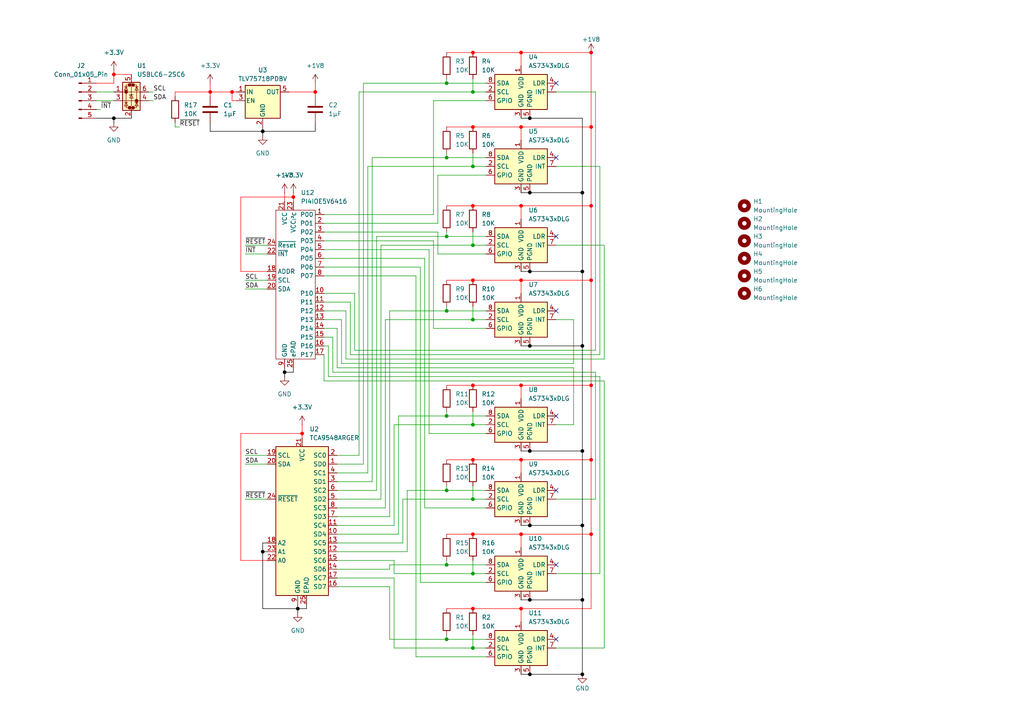
<source format=kicad_sch>
(kicad_sch (version 20250114) (generator "eeschema") (generator_version "9.0")
  (paper "A4")
  (lib_symbols
    (symbol "Connector:Conn_01x05_Pin" (pin_names (offset 1.016) (hide yes))
      (property "Reference" "J" (at 0 7.62 0))
      (property "Value" "Conn_01x05_Pin" (at 0 -7.62 0))
      (symbol "Conn_01x05_Pin_1_1"
        (rectangle (start 0.8636 5.207) (end 0 4.953) (stroke (width 0.1524)) (fill (type outline)))
        (rectangle (start 0.8636 2.667) (end 0 2.413) (stroke (width 0.1524)) (fill (type outline)))
        (rectangle (start 0.8636 0.127) (end 0 -0.127) (stroke (width 0.1524)) (fill (type outline)))
        (rectangle (start 0.8636 -2.413) (end 0 -2.667) (stroke (width 0.1524)) (fill (type outline)))
        (rectangle (start 0.8636 -4.953) (end 0 -5.207) (stroke (width 0.1524)) (fill (type outline)))
        (polyline (pts (xy 1.27 5.08) (xy 0.8636 5.08)) (stroke (width 0.1524)))
        (polyline (pts (xy 1.27 2.54) (xy 0.8636 2.54)) (stroke (width 0.1524)))
        (polyline (pts (xy 1.27 0) (xy 0.8636 0)) (stroke (width 0.1524)))
        (polyline (pts (xy 1.27 -2.54) (xy 0.8636 -2.54)) (stroke (width 0.1524)))
        (polyline (pts (xy 1.27 -5.08) (xy 0.8636 -5.08)) (stroke (width 0.1524)))
        (pin passive line (at 5.08 5.08 180) (length 3.81) (name "Pin_1") (number "1"))
        (pin passive line (at 5.08 2.54 180) (length 3.81) (name "Pin_2") (number "2"))
        (pin passive line (at 5.08 0 180) (length 3.81) (name "Pin_3") (number "3"))
        (pin passive line (at 5.08 -2.54 180) (length 3.81) (name "Pin_4") (number "4"))
        (pin passive line (at 5.08 -5.08 180) (length 3.81) (name "Pin_5") (number "5"))
      )
    )
    (symbol "Device:C" (pin_numbers (hide yes)) (pin_names (offset 0.254))
      (property "Reference" "C" (at 0.635 2.54 0))
      (property "Value" "C" (at 0.635 -2.54 0))
      (symbol "C_0_1"
        (polyline (pts (xy -2.032 0.762) (xy 2.032 0.762)) (stroke (width 0.508)))
        (polyline (pts (xy -2.032 -0.762) (xy 2.032 -0.762)) (stroke (width 0.508)))
      )
      (symbol "C_1_1"
        (pin passive line (at 0 3.81 270) (length 2.794) (name "~") (number "1"))
        (pin passive line (at 0 -3.81 90) (length 2.794) (name "~") (number "2"))
      )
    )
    (symbol "Device:R" (pin_numbers (hide yes)) (pin_names (offset 0))
      (property "Reference" "R" (at 2.032 0 90))
      (property "Value" "R" (at 0 0 90))
      (symbol "R_0_1"
        (rectangle (start -1.016 -2.54) (end 1.016 2.54) (stroke (width 0.254)))
      )
      (symbol "R_1_1"
        (pin passive line (at 0 3.81 270) (length 1.27) (name "~") (number "1"))
        (pin passive line (at 0 -3.81 90) (length 1.27) (name "~") (number "2"))
      )
    )
    (symbol "Interface_Expansion:TCA9548ARGER"
      (property "Reference" "U2" (at 2.1433 25.4 0))
      (property "Value" "TCA9548ARGER" (at 2.1433 22.86 0))
      (symbol "TCA9548ARGER_0_1"
        (rectangle (start -7.62 20.32) (end 7.62 -22.86) (stroke (width 0.254)) (fill (type background)))
      )
      (symbol "TCA9548ARGER_1_1"
        (pin input line (at -10.16 17.78 0) (length 2.54) (name "SCL") (number "19"))
        (pin bidirectional line (at -10.16 15.24 0) (length 2.54) (name "SDA") (number "20"))
        (pin input line (at -10.16 5.08 0) (length 2.54) (name "~{RESET}") (number "24"))
        (pin input line (at -10.16 -7.62 0) (length 2.54) (name "A2") (number "18"))
        (pin input line (at -10.16 -10.16 0) (length 2.54) (name "A1") (number "23"))
        (pin input line (at -10.16 -12.7 0) (length 2.54) (name "A0") (number "22"))
        (pin no_connect line (at -7.62 -15.24 0) (length 2.54) (hide yes) (name "1EP") (number "25"))
        (pin power_in line (at -1.27 -25.4 90) (length 2.54) (name "GND") (number "9"))
        (pin power_in line (at 0 22.86 270) (length 2.54) (name "VCC") (number "21"))
        (pin power_in line (at 1.27 -25.4 90) (length 2.54) (name "EPAD") (number "25"))
        (pin output line (at 10.16 17.78 180) (length 2.54) (name "SC0") (number "2"))
        (pin bidirectional line (at 10.16 15.24 180) (length 2.54) (name "SD0") (number "1"))
        (pin output line (at 10.16 12.7 180) (length 2.54) (name "SC1") (number "4"))
        (pin bidirectional line (at 10.16 10.16 180) (length 2.54) (name "SD1") (number "3"))
        (pin output line (at 10.16 7.62 180) (length 2.54) (name "SC2") (number "6"))
        (pin bidirectional line (at 10.16 5.08 180) (length 2.54) (name "SD2") (number "5"))
        (pin output line (at 10.16 2.54 180) (length 2.54) (name "SC3") (number "8"))
        (pin bidirectional line (at 10.16 0 180) (length 2.54) (name "SD3") (number "7"))
        (pin output line (at 10.16 -2.54 180) (length 2.54) (name "SC4") (number "11"))
        (pin bidirectional line (at 10.16 -5.08 180) (length 2.54) (name "SD4") (number "10"))
        (pin output line (at 10.16 -7.62 180) (length 2.54) (name "SC5") (number "13"))
        (pin bidirectional line (at 10.16 -10.16 180) (length 2.54) (name "SD5") (number "12"))
        (pin output line (at 10.16 -12.7 180) (length 2.54) (name "SC6") (number "15"))
        (pin bidirectional line (at 10.16 -15.24 180) (length 2.54) (name "SD6") (number "14"))
        (pin output line (at 10.16 -17.78 180) (length 2.54) (name "SC7") (number "17"))
        (pin bidirectional line (at 10.16 -20.32 180) (length 2.54) (name "SD7") (number "16"))
      )
    )
    (symbol "Mechanical:MountingHole" (pin_names (offset 1.016)) (in_bom no)
      (property "Reference" "H" (at 0 5.08 0))
      (property "Value" "MountingHole" (at 0 3.175 0))
      (symbol "MountingHole_0_1"
        (circle (center 0 0) (radius 1.27) (stroke (width 1.27)))
      )
    )
    (symbol "Power_Protection:USBLC6-2SC6" (pin_names (hide yes))
      (property "Reference" "U" (at 0.635 5.715 0))
      (property "Value" "USBLC6-2SC6" (at 0.635 3.81 0))
      (symbol "USBLC6-2SC6_0_0"
        (circle (center -1.524 0) (radius 0.0001) (stroke (width 0.508)))
        (circle (center -0.508 2.032) (radius 0.0001) (stroke (width 0.508)))
        (circle (center -0.508 -4.572) (radius 0.0001) (stroke (width 0.508)))
        (circle (center 0.508 2.032) (radius 0.0001) (stroke (width 0.508)))
        (circle (center 0.508 -4.572) (radius 0.0001) (stroke (width 0.508)))
        (circle (center 1.524 -2.54) (radius 0.0001) (stroke (width 0.508)))
      )
      (symbol "USBLC6-2SC6_0_1"
        (polyline (pts (xy -2.54 0) (xy 2.54 0)))
        (polyline (pts (xy -2.54 -2.54) (xy 2.54 -2.54)))
        (polyline (pts (xy -2.032 0.508) (xy -1.016 0.508) (xy -1.524 1.524) (xy -2.032 0.508)))
        (polyline (pts (xy -2.032 -3.048) (xy -1.016 -3.048)))
        (polyline (pts (xy -1.016 1.524) (xy -2.032 1.524)))
        (polyline (pts (xy -1.016 -4.064) (xy -2.032 -4.064) (xy -1.524 -3.048) (xy -1.016 -4.064)))
        (polyline (pts (xy -0.508 -1.143) (xy -0.508 -0.762) (xy 0.508 -0.762)))
        (polyline (pts (xy 0 2.54) (xy -0.508 2.032) (xy 0.508 2.032) (xy 0 1.524) (xy 0 -4.064) (xy -0.508 -4.572) (xy 0.508 -4.572) (xy 0 -5.08)))
        (polyline (pts (xy 0.508 -1.778) (xy -0.508 -1.778) (xy 0 -0.762) (xy 0.508 -1.778)))
        (polyline (pts (xy 1.016 1.524) (xy 2.032 1.524)))
        (polyline (pts (xy 1.016 -3.048) (xy 2.032 -3.048)))
        (polyline (pts (xy 2.032 0.508) (xy 1.016 0.508) (xy 1.524 1.524) (xy 2.032 0.508)))
        (polyline (pts (xy 2.032 -4.064) (xy 1.016 -4.064) (xy 1.524 -3.048) (xy 2.032 -4.064)))
      )
      (symbol "USBLC6-2SC6_1_1"
        (rectangle (start -2.54 2.794) (end 2.54 -5.334) (stroke (width 0.254)) (fill (type background)))
        (polyline (pts (xy -0.508 2.032) (xy -1.524 2.032) (xy -1.524 -4.572) (xy -0.508 -4.572)))
        (polyline (pts (xy 0.508 -4.572) (xy 1.524 -4.572) (xy 1.524 2.032) (xy 0.508 2.032)))
        (pin passive line (at -5.08 0 0) (length 2.54) (name "I/O1") (number "1"))
        (pin passive line (at -5.08 -2.54 0) (length 2.54) (name "I/O2") (number "3"))
        (pin passive line (at 0 5.08 270) (length 2.54) (name "VBUS") (number "5"))
        (pin passive line (at 0 -7.62 90) (length 2.54) (name "GND") (number "2"))
        (pin passive line (at 5.08 0 180) (length 2.54) (name "I/O1") (number "6"))
        (pin passive line (at 5.08 -2.54 180) (length 2.54) (name "I/O2") (number "4"))
      )
    )
    (symbol "Regulator_Linear:TLV75718PDBV" (pin_names (offset 0.254))
      (property "Reference" "U" (at -3.81 5.715 0))
      (property "Value" "TLV75718PDBV" (at 0 5.715 0))
      (symbol "TLV75718PDBV_0_1"
        (rectangle (start -5.08 4.445) (end 5.08 -5.08) (stroke (width 0.254)) (fill (type background)))
      )
      (symbol "TLV75718PDBV_1_1"
        (pin power_in line (at -7.62 2.54 0) (length 2.54) (name "IN") (number "1"))
        (pin input line (at -7.62 0 0) (length 2.54) (name "EN") (number "3"))
        (pin power_in line (at 0 -7.62 90) (length 2.54) (name "GND") (number "2"))
        (pin no_connect line (at 5.08 0 180) (length 2.54) (hide yes) (name "NC") (number "4"))
        (pin power_out line (at 7.62 2.54 180) (length 2.54) (name "OUT") (number "5"))
      )
    )
    (symbol "Sensor_Optical:AS7343xDLG"
      (property "Reference" "U" (at -2.54 8.255 0))
      (property "Value" "AS7343xDLG" (at -2.54 6.35 0))
      (symbol "AS7343xDLG_0_1"
        (rectangle (start -7.62 5.08) (end 7.62 -5.08) (stroke (width 0.254)) (fill (type background)))
      )
      (symbol "AS7343xDLG_1_1"
        (pin bidirectional line (at -10.16 2.54 0) (length 2.54) (name "SDA") (number "8"))
        (pin input line (at -10.16 0 0) (length 2.54) (name "SCL") (number "2"))
        (pin input line (at -10.16 -2.54 0) (length 2.54) (name "GPIO") (number "6"))
        (pin power_in line (at 0 7.62 270) (length 2.54) (name "VDD") (number "1"))
        (pin power_in line (at 0 -7.62 90) (length 2.54) (name "GND") (number "3"))
        (pin power_in line (at 2.54 -7.62 90) (length 2.54) (name "PGND") (number "5"))
        (pin passive line (at 10.16 2.54 180) (length 2.54) (name "LDR") (number "4"))
        (pin open_collector line (at 10.16 0 180) (length 2.54) (name "INT") (number "7"))
      )
    )
    (symbol "power:+1V8" (power) (pin_numbers (hide yes)) (pin_names (offset 0) (hide yes))
      (property "Value" "+1V8" (at 0 3.556 0))
      (symbol "+1V8_0_1"
        (polyline (pts (xy -0.762 1.27) (xy 0 2.54)))
        (polyline (pts (xy 0 2.54) (xy 0.762 1.27)))
        (polyline (pts (xy 0 0) (xy 0 2.54)))
      )
      (symbol "+1V8_1_1"
        (pin power_in line (at 0 0 90) (length 0) (name "~") (number "1"))
      )
    )
    (symbol "power:+3.3V" (power) (pin_numbers (hide yes)) (pin_names (offset 0) (hide yes))
      (property "Value" "+3.3V" (at 0 3.556 0))
      (symbol "+3.3V_0_1"
        (polyline (pts (xy -0.762 1.27) (xy 0 2.54)))
        (polyline (pts (xy 0 2.54) (xy 0.762 1.27)))
        (polyline (pts (xy 0 0) (xy 0 2.54)))
      )
      (symbol "+3.3V_1_1"
        (pin power_in line (at 0 0 90) (length 0) (name "~") (number "1"))
      )
    )
    (symbol "power:GND" (power) (pin_numbers (hide yes)) (pin_names (offset 0) (hide yes))
      (property "Value" "GND" (at 0 -3.81 0))
      (symbol "GND_0_1"
        (polyline (pts (xy 0 0) (xy 0 -1.27) (xy 1.27 -1.27) (xy 0 -2.54) (xy -1.27 -1.27) (xy 0 -1.27)))
      )
      (symbol "GND_1_1"
        (pin power_in line (at 0 0 270) (length 0) (name "~") (number "1"))
      )
    )
    (symbol "robot:PI4IOE5V6416"
      (property "Reference" "U" (at 0 4.572 0))
      (property "Value" "PI4IOE5V6416" (at 0 0 0))
      (symbol "PI4IOE5V6416_0_1"
        (rectangle (start 6.35 -43.18) (end -5.08 0))
      )
      (symbol "PI4IOE5V6416_1_1"
        (pin input line (at -7.62 -10.16 0) (length 2.54) (name "~{Reset}") (number "24"))
        (pin open_collector line (at -7.62 -12.7 0) (length 2.54) (name "~{INT}") (number "22"))
        (pin input line (at -7.62 -17.78 0) (length 2.54) (name "ADDR") (number "18"))
        (pin bidirectional line (at -7.62 -20.32 0) (length 2.54) (name "SCL") (number "19"))
        (pin input line (at -7.62 -22.86 0) (length 2.54) (name "SDA") (number "20"))
        (pin power_in line (at -2.54 2.54 270) (length 2.54) (name "VCC") (number "21"))
        (pin power_in line (at -2.54 -45.72 90) (length 2.54) (name "GND") (number "9"))
        (pin power_in line (at 0 2.54 270) (length 2.54) (name "VCC_{I²C}") (number "23"))
        (pin power_in line (at 0 -45.72 90) (length 2.54) (name "ePAD") (number "25"))
        (pin bidirectional line (at 8.89 -1.27 180) (length 2.54) (name "P00") (number "1"))
        (pin bidirectional line (at 8.89 -3.81 180) (length 2.54) (name "P01") (number "2"))
        (pin bidirectional line (at 8.89 -6.35 180) (length 2.54) (name "P02") (number "3"))
        (pin bidirectional line (at 8.89 -8.89 180) (length 2.54) (name "P03") (number "4"))
        (pin bidirectional line (at 8.89 -11.43 180) (length 2.54) (name "P04") (number "5"))
        (pin bidirectional line (at 8.89 -13.97 180) (length 2.54) (name "P05") (number "6"))
        (pin bidirectional line (at 8.89 -16.51 180) (length 2.54) (name "P06") (number "7"))
        (pin bidirectional line (at 8.89 -19.05 180) (length 2.54) (name "P07") (number "8"))
        (pin bidirectional line (at 8.89 -24.13 180) (length 2.54) (name "P10") (number "10"))
        (pin bidirectional line (at 8.89 -26.67 180) (length 2.54) (name "P11") (number "11"))
        (pin bidirectional line (at 8.89 -29.21 180) (length 2.54) (name "P12") (number "12"))
        (pin bidirectional line (at 8.89 -31.75 180) (length 2.54) (name "P13") (number "13"))
        (pin bidirectional line (at 8.89 -34.29 180) (length 2.54) (name "P14") (number "14"))
        (pin bidirectional line (at 8.89 -36.83 180) (length 2.54) (name "P15") (number "15"))
        (pin bidirectional line (at 8.89 -39.37 180) (length 2.54) (name "P16") (number "16"))
        (pin bidirectional line (at 8.89 -41.91 180) (length 2.54) (name "P17") (number "17"))
      )
    )
  )
  (junction (at 171.45 15.24) (color 255 0 0 1))
  (junction (at 129.54 68.58))
  (junction (at 151.13 176.53) (color 255 0 0 1))
  (junction (at 153.67 34.29) (color 0 0 0 1))
  (junction (at 137.16 26.67))
  (junction (at 137.16 176.53) (color 255 0 0 1))
  (junction (at 168.91 78.74) (color 0 0 0 1))
  (junction (at 153.67 173.99) (color 0 0 0 1))
  (junction (at 87.63 125.73) (color 255 0 0 1))
  (junction (at 60.96 26.67) (color 255 0 0 1))
  (junction (at 129.54 24.13))
  (junction (at 153.67 195.58) (color 0 0 0 1))
  (junction (at 137.16 133.35) (color 255 0 0 1))
  (junction (at 137.16 123.19))
  (junction (at 137.16 59.69) (color 255 0 0 1))
  (junction (at 137.16 92.71))
  (junction (at 151.13 111.76) (color 255 0 0 1))
  (junction (at 171.45 133.35) (color 255 0 0 1))
  (junction (at 153.67 152.4) (color 0 0 0 1))
  (junction (at 171.45 111.76) (color 255 0 0 1))
  (junction (at 171.45 154.94) (color 255 0 0 1))
  (junction (at 171.45 36.83) (color 255 0 0 1))
  (junction (at 151.13 154.94) (color 255 0 0 1))
  (junction (at 153.67 100.33) (color 0 0 0 1))
  (junction (at 33.02 21.59) (color 255 0 0 1))
  (junction (at 76.2 160.02) (color 0 0 0 1))
  (junction (at 168.91 130.81) (color 0 0 0 1))
  (junction (at 67.31 26.67) (color 255 0 0 1))
  (junction (at 137.16 154.94) (color 255 0 0 1))
  (junction (at 171.45 81.28) (color 255 0 0 1))
  (junction (at 171.45 59.69) (color 255 0 0 1))
  (junction (at 137.16 144.78))
  (junction (at 153.67 130.81) (color 0 0 0 1))
  (junction (at 129.54 142.24))
  (junction (at 151.13 36.83) (color 255 0 0 1))
  (junction (at 168.91 173.99) (color 0 0 0 1))
  (junction (at 82.55 107.95) (color 0 0 0 1))
  (junction (at 129.54 185.42))
  (junction (at 129.54 163.83))
  (junction (at 137.16 166.37))
  (junction (at 91.44 26.67) (color 255 0 0 1))
  (junction (at 168.91 195.58) (color 0 0 0 1))
  (junction (at 137.16 15.24) (color 255 0 0 1))
  (junction (at 33.02 34.29) (color 0 0 0 1))
  (junction (at 153.67 78.74) (color 0 0 0 1))
  (junction (at 85.09 57.15) (color 255 0 0 1))
  (junction (at 151.13 81.28) (color 255 0 0 1))
  (junction (at 76.2 38.1) (color 0 0 0 1))
  (junction (at 129.54 45.72))
  (junction (at 151.13 59.69) (color 255 0 0 1))
  (junction (at 168.91 100.33) (color 0 0 0 1))
  (junction (at 168.91 55.88) (color 0 0 0 1))
  (junction (at 151.13 15.24) (color 255 0 0 1))
  (junction (at 86.36 176.53) (color 0 0 0 1))
  (junction (at 137.16 71.12))
  (junction (at 153.67 55.88) (color 0 0 0 1))
  (junction (at 137.16 48.26))
  (junction (at 137.16 187.96))
  (junction (at 168.91 152.4) (color 0 0 0 1))
  (junction (at 129.54 120.65))
  (junction (at 151.13 133.35) (color 255 0 0 1))
  (junction (at 129.54 90.17))
  (junction (at 137.16 36.83) (color 255 0 0 1))
  (junction (at 137.16 81.28) (color 255 0 0 1))
  (junction (at 137.16 111.76) (color 255 0 0 1))
  (no_connect (at 161.29 120.65))
  (no_connect (at 161.29 185.42))
  (no_connect (at 161.29 68.58))
  (no_connect (at 161.29 45.72))
  (no_connect (at 161.29 142.24))
  (no_connect (at 161.29 24.13))
  (no_connect (at 161.29 163.83))
  (no_connect (at 161.29 90.17))
  (wire (pts (xy 102.87 85.09) (xy 102.87 101.6)))
  (wire (pts (xy 111.76 92.71) (xy 137.16 92.71)))
  (wire (pts (xy 151.13 40.64) (xy 151.13 36.83)) (stroke (width 0) (color 255 0 0 1)))
  (wire (pts (xy 171.45 81.28) (xy 171.45 111.76)) (stroke (width 0) (color 255 0 0 1)))
  (wire (pts (xy 107.95 45.72) (xy 129.54 45.72)))
  (wire (pts (xy 116.84 157.48) (xy 97.79 157.48)))
  (wire (pts (xy 140.97 48.26) (xy 137.16 48.26)))
  (wire (pts (xy 175.26 187.96) (xy 161.29 187.96)))
  (wire (pts (xy 172.72 26.67) (xy 161.29 26.67)))
  (wire (pts (xy 171.45 176.53) (xy 171.45 154.94)) (stroke (width 0) (color 255 0 0 1)))
  (wire (pts (xy 33.02 34.29) (xy 27.94 34.29)) (stroke (width 0) (color 0 0 0 1)))
  (wire (pts (xy 27.94 29.21) (xy 33.02 29.21)))
  (wire (pts (xy 151.13 154.94) (xy 151.13 158.75)) (stroke (width 0) (color 255 0 0 1)))
  (wire (pts (xy 96.52 97.79) (xy 96.52 107.95)))
  (wire (pts (xy 68.58 29.21) (xy 67.31 29.21)) (stroke (width 0) (color 255 0 0 1)))
  (wire (pts (xy 97.79 106.68) (xy 166.37 106.68)))
  (wire (pts (xy 129.54 163.83) (xy 113.03 163.83)))
  (wire (pts (xy 137.16 15.24) (xy 151.13 15.24)) (stroke (width 0) (color 255 0 0 1)))
  (wire (pts (xy 118.11 160.02) (xy 97.79 160.02)))
  (wire (pts (xy 102.87 101.6) (xy 172.72 101.6)))
  (wire (pts (xy 171.45 133.35) (xy 171.45 111.76)) (stroke (width 0) (color 255 0 0 1)))
  (wire (pts (xy 93.98 102.87) (xy 93.98 110.49)))
  (wire (pts (xy 87.63 125.73) (xy 69.85 125.73)) (stroke (width 0) (color 255 0 0 1)))
  (wire (pts (xy 91.44 38.1) (xy 91.44 35.56)) (stroke (width 0) (color 0 0 0 1)))
  (wire (pts (xy 93.98 97.79) (xy 96.52 97.79)))
  (wire (pts (xy 151.13 152.4) (xy 153.67 152.4)) (stroke (width 0) (color 0 0 0 1)))
  (wire (pts (xy 69.85 125.73) (xy 69.85 162.56)) (stroke (width 0) (color 255 0 0 1)))
  (wire (pts (xy 137.16 22.86) (xy 137.16 26.67)))
  (wire (pts (xy 166.37 123.19) (xy 161.29 123.19)))
  (wire (pts (xy 104.14 26.67) (xy 137.16 26.67)))
  (wire (pts (xy 110.49 71.12) (xy 110.49 144.78)))
  (wire (pts (xy 33.02 21.59) (xy 38.1 21.59)) (stroke (width 0) (color 255 0 0 1)))
  (wire (pts (xy 93.98 64.77) (xy 127 64.77)))
  (wire (pts (xy 166.37 105.41) (xy 99.06 105.41)))
  (wire (pts (xy 129.54 162.56) (xy 129.54 163.83)))
  (wire (pts (xy 175.26 110.49) (xy 175.26 187.96)))
  (wire (pts (xy 137.16 81.28) (xy 151.13 81.28)) (stroke (width 0) (color 255 0 0 1)))
  (wire (pts (xy 85.09 107.95) (xy 82.55 107.95)) (stroke (width 0) (color 0 0 0 1)))
  (wire (pts (xy 173.99 48.26) (xy 173.99 102.87)))
  (wire (pts (xy 129.54 81.28) (xy 137.16 81.28)) (stroke (width 0) (color 255 0 0 1)))
  (wire (pts (xy 43.18 26.67) (xy 44.45 26.67)))
  (wire (pts (xy 76.2 36.83) (xy 76.2 38.1)) (stroke (width 0) (color 0 0 0 1)))
  (wire (pts (xy 86.36 175.26) (xy 86.36 176.53)) (stroke (width 0) (color 0 0 0 1)))
  (wire (pts (xy 166.37 92.71) (xy 166.37 105.41)))
  (wire (pts (xy 97.79 165.1) (xy 113.03 165.1)))
  (wire (pts (xy 60.96 24.13) (xy 60.96 26.67)) (stroke (width 0) (color 255 0 0 1)))
  (wire (pts (xy 100.33 90.17) (xy 100.33 104.14)))
  (wire (pts (xy 129.54 36.83) (xy 137.16 36.83)) (stroke (width 0) (color 255 0 0 1)))
  (wire (pts (xy 127 73.66) (xy 127 67.31)))
  (wire (pts (xy 137.16 111.76) (xy 151.13 111.76)) (stroke (width 0) (color 255 0 0 1)))
  (wire (pts (xy 161.29 48.26) (xy 173.99 48.26)))
  (wire (pts (xy 91.44 26.67) (xy 91.44 27.94)) (stroke (width 0) (color 255 0 0 1)))
  (wire (pts (xy 106.68 48.26) (xy 137.16 48.26)))
  (wire (pts (xy 153.67 130.81) (xy 168.91 130.81)) (stroke (width 0) (color 0 0 0 1)))
  (wire (pts (xy 140.97 120.65) (xy 129.54 120.65)))
  (wire (pts (xy 129.54 88.9) (xy 129.54 90.17)))
  (wire (pts (xy 140.97 142.24) (xy 129.54 142.24)))
  (wire (pts (xy 129.54 45.72) (xy 140.97 45.72)))
  (wire (pts (xy 171.45 154.94) (xy 171.45 133.35)) (stroke (width 0) (color 255 0 0 1)))
  (wire (pts (xy 172.72 101.6) (xy 172.72 26.67)))
  (wire (pts (xy 129.54 184.15) (xy 129.54 185.42)))
  (wire (pts (xy 140.97 71.12) (xy 137.16 71.12)))
  (wire (pts (xy 125.73 95.25) (xy 140.97 95.25)))
  (wire (pts (xy 151.13 36.83) (xy 171.45 36.83)) (stroke (width 0) (color 255 0 0 1)))
  (wire (pts (xy 127 64.77) (xy 127 50.8)))
  (wire (pts (xy 129.54 120.65) (xy 115.57 120.65)))
  (wire (pts (xy 113.03 90.17) (xy 113.03 149.86)))
  (wire (pts (xy 111.76 147.32) (xy 111.76 92.71)))
  (wire (pts (xy 71.12 132.08) (xy 77.47 132.08)))
  (wire (pts (xy 71.12 81.28) (xy 77.47 81.28)))
  (wire (pts (xy 95.25 100.33) (xy 93.98 100.33)))
  (wire (pts (xy 121.92 168.91) (xy 140.97 168.91)))
  (wire (pts (xy 109.22 68.58) (xy 129.54 68.58)))
  (wire (pts (xy 69.85 57.15) (xy 69.85 78.74)) (stroke (width 0) (color 255 0 0 1)))
  (wire (pts (xy 168.91 55.88) (xy 168.91 78.74)) (stroke (width 0) (color 0 0 0 1)))
  (wire (pts (xy 173.99 102.87) (xy 101.6 102.87)))
  (wire (pts (xy 97.79 132.08) (xy 104.14 132.08)))
  (wire (pts (xy 60.96 35.56) (xy 60.96 38.1)) (stroke (width 0) (color 0 0 0 1)))
  (wire (pts (xy 69.85 162.56) (xy 77.47 162.56)) (stroke (width 0) (color 255 0 0 1)))
  (wire (pts (xy 129.54 154.94) (xy 137.16 154.94)) (stroke (width 0) (color 255 0 0 1)))
  (wire (pts (xy 105.41 24.13) (xy 105.41 134.62)))
  (wire (pts (xy 171.45 154.94) (xy 151.13 154.94)) (stroke (width 0) (color 255 0 0 1)))
  (wire (pts (xy 151.13 59.69) (xy 171.45 59.69)) (stroke (width 0) (color 255 0 0 1)))
  (wire (pts (xy 106.68 137.16) (xy 97.79 137.16)))
  (wire (pts (xy 137.16 119.38) (xy 137.16 123.19)))
  (wire (pts (xy 125.73 29.21) (xy 140.97 29.21)))
  (wire (pts (xy 109.22 142.24) (xy 97.79 142.24)))
  (wire (pts (xy 153.67 195.58) (xy 168.91 195.58)) (stroke (width 0) (color 0 0 0 1)))
  (wire (pts (xy 151.13 137.16) (xy 151.13 133.35)) (stroke (width 0) (color 255 0 0 1)))
  (wire (pts (xy 76.2 38.1) (xy 76.2 39.37)) (stroke (width 0) (color 0 0 0 1)))
  (wire (pts (xy 137.16 36.83) (xy 151.13 36.83)) (stroke (width 0) (color 255 0 0 1)))
  (wire (pts (xy 113.03 149.86) (xy 97.79 149.86)))
  (wire (pts (xy 137.16 123.19) (xy 114.3 123.19)))
  (wire (pts (xy 82.55 106.68) (xy 82.55 107.95)) (stroke (width 0) (color 0 0 0 1)))
  (wire (pts (xy 168.91 100.33) (xy 168.91 130.81)) (stroke (width 0) (color 0 0 0 1)))
  (wire (pts (xy 129.54 15.24) (xy 137.16 15.24)) (stroke (width 0) (color 255 0 0 1)))
  (wire (pts (xy 129.54 176.53) (xy 137.16 176.53)) (stroke (width 0) (color 255 0 0 1)))
  (wire (pts (xy 91.44 24.13) (xy 91.44 26.67)) (stroke (width 0) (color 255 0 0 1)))
  (wire (pts (xy 101.6 102.87) (xy 101.6 87.63)))
  (wire (pts (xy 76.2 38.1) (xy 91.44 38.1)) (stroke (width 0) (color 0 0 0 1)))
  (wire (pts (xy 114.3 152.4) (xy 97.79 152.4)))
  (wire (pts (xy 109.22 142.24) (xy 109.22 68.58)))
  (wire (pts (xy 151.13 176.53) (xy 171.45 176.53)) (stroke (width 0) (color 255 0 0 1)))
  (wire (pts (xy 168.91 130.81) (xy 168.91 152.4)) (stroke (width 0) (color 0 0 0 1)))
  (wire (pts (xy 111.76 147.32) (xy 97.79 147.32)))
  (wire (pts (xy 97.79 144.78) (xy 110.49 144.78)))
  (wire (pts (xy 173.99 109.22) (xy 95.25 109.22)))
  (wire (pts (xy 129.54 67.31) (xy 129.54 68.58)))
  (wire (pts (xy 113.03 170.18) (xy 97.79 170.18)))
  (wire (pts (xy 71.12 83.82) (xy 77.47 83.82)))
  (wire (pts (xy 33.02 34.29) (xy 33.02 35.56)) (stroke (width 0) (color 0 0 0 1)))
  (wire (pts (xy 71.12 71.12) (xy 77.47 71.12)))
  (wire (pts (xy 104.14 26.67) (xy 104.14 132.08)))
  (wire (pts (xy 71.12 134.62) (xy 77.47 134.62)))
  (wire (pts (xy 113.03 163.83) (xy 113.03 165.1)))
  (wire (pts (xy 137.16 44.45) (xy 137.16 48.26)))
  (wire (pts (xy 129.54 24.13) (xy 105.41 24.13)))
  (wire (pts (xy 93.98 77.47) (xy 121.92 77.47)))
  (wire (pts (xy 140.97 187.96) (xy 137.16 187.96)))
  (wire (pts (xy 129.54 111.76) (xy 137.16 111.76)) (stroke (width 0) (color 255 0 0 1)))
  (wire (pts (xy 71.12 144.78) (xy 77.47 144.78)))
  (wire (pts (xy 171.45 36.83) (xy 171.45 15.24)) (stroke (width 0) (color 255 0 0 1)))
  (wire (pts (xy 93.98 72.39) (xy 124.46 72.39)))
  (wire (pts (xy 140.97 144.78) (xy 137.16 144.78)))
  (wire (pts (xy 129.54 140.97) (xy 129.54 142.24)))
  (wire (pts (xy 173.99 166.37) (xy 173.99 109.22)))
  (wire (pts (xy 151.13 195.58) (xy 153.67 195.58)) (stroke (width 0) (color 0 0 0 1)))
  (wire (pts (xy 151.13 180.34) (xy 151.13 176.53)) (stroke (width 0) (color 255 0 0 1)))
  (wire (pts (xy 97.79 95.25) (xy 97.79 106.68)))
  (wire (pts (xy 153.67 78.74) (xy 168.91 78.74)) (stroke (width 0) (color 0 0 0 1)))
  (wire (pts (xy 120.65 190.5) (xy 120.65 80.01)))
  (wire (pts (xy 137.16 67.31) (xy 137.16 71.12)))
  (wire (pts (xy 60.96 38.1) (xy 76.2 38.1)) (stroke (width 0) (color 0 0 0 1)))
  (wire (pts (xy 171.45 81.28) (xy 171.45 59.69)) (stroke (width 0) (color 255 0 0 1)))
  (wire (pts (xy 129.54 24.13) (xy 140.97 24.13)))
  (wire (pts (xy 82.55 107.95) (xy 82.55 109.22)) (stroke (width 0) (color 0 0 0 1)))
  (wire (pts (xy 137.16 166.37) (xy 140.97 166.37)))
  (wire (pts (xy 137.16 184.15) (xy 137.16 187.96)))
  (wire (pts (xy 69.85 78.74) (xy 77.47 78.74)) (stroke (width 0) (color 255 0 0 1)))
  (wire (pts (xy 93.98 80.01) (xy 120.65 80.01)))
  (wire (pts (xy 137.16 133.35) (xy 151.13 133.35)) (stroke (width 0) (color 255 0 0 1)))
  (wire (pts (xy 71.12 73.66) (xy 77.47 73.66)))
  (wire (pts (xy 87.63 125.73) (xy 87.63 127)) (stroke (width 0) (color 255 0 0 1)))
  (wire (pts (xy 60.96 26.67) (xy 50.8 26.67)) (stroke (width 0) (color 255 0 0 1)))
  (wire (pts (xy 175.26 104.14) (xy 175.26 71.12)))
  (wire (pts (xy 85.09 57.15) (xy 85.09 58.42)) (stroke (width 0) (color 255 0 0 1)))
  (wire (pts (xy 153.67 34.29) (xy 168.91 34.29)) (stroke (width 0) (color 0 0 0 1)))
  (wire (pts (xy 153.67 100.33) (xy 168.91 100.33)) (stroke (width 0) (color 0 0 0 1)))
  (wire (pts (xy 114.3 166.37) (xy 137.16 166.37)))
  (wire (pts (xy 27.94 31.75) (xy 29.21 31.75)))
  (wire (pts (xy 137.16 154.94) (xy 151.13 154.94)) (stroke (width 0) (color 255 0 0 1)))
  (wire (pts (xy 151.13 173.99) (xy 153.67 173.99)) (stroke (width 0) (color 0 0 0 1)))
  (wire (pts (xy 96.52 107.95) (xy 172.72 107.95)))
  (wire (pts (xy 76.2 160.02) (xy 76.2 157.48)) (stroke (width 0) (color 0 0 0 1)))
  (wire (pts (xy 99.06 105.41) (xy 99.06 92.71)))
  (wire (pts (xy 129.54 142.24) (xy 118.11 142.24)))
  (wire (pts (xy 85.09 57.15) (xy 69.85 57.15)) (stroke (width 0) (color 255 0 0 1)))
  (wire (pts (xy 67.31 26.67) (xy 68.58 26.67)) (stroke (width 0) (color 255 0 0 1)))
  (wire (pts (xy 60.96 26.67) (xy 60.96 27.94)) (stroke (width 0) (color 255 0 0 1)))
  (wire (pts (xy 97.79 139.7) (xy 107.95 139.7)))
  (wire (pts (xy 129.54 185.42) (xy 113.03 185.42)))
  (wire (pts (xy 33.02 21.59) (xy 33.02 24.13)) (stroke (width 0) (color 255 0 0 1)))
  (wire (pts (xy 140.97 123.19) (xy 137.16 123.19)))
  (wire (pts (xy 129.54 44.45) (xy 129.54 45.72)))
  (wire (pts (xy 124.46 125.73) (xy 140.97 125.73)))
  (wire (pts (xy 168.91 152.4) (xy 168.91 173.99)) (stroke (width 0) (color 0 0 0 1)))
  (wire (pts (xy 125.73 69.85) (xy 125.73 95.25)))
  (wire (pts (xy 171.45 59.69) (xy 171.45 36.83)) (stroke (width 0) (color 255 0 0 1)))
  (wire (pts (xy 168.91 78.74) (xy 168.91 100.33)) (stroke (width 0) (color 0 0 0 1)))
  (wire (pts (xy 151.13 130.81) (xy 153.67 130.81)) (stroke (width 0) (color 0 0 0 1)))
  (wire (pts (xy 107.95 45.72) (xy 107.95 139.7)))
  (wire (pts (xy 106.68 48.26) (xy 106.68 137.16)))
  (wire (pts (xy 124.46 72.39) (xy 124.46 125.73)))
  (wire (pts (xy 153.67 152.4) (xy 168.91 152.4)) (stroke (width 0) (color 0 0 0 1)))
  (wire (pts (xy 129.54 119.38) (xy 129.54 120.65)))
  (wire (pts (xy 50.8 26.67) (xy 50.8 27.94)) (stroke (width 0) (color 255 0 0 1)))
  (wire (pts (xy 87.63 123.19) (xy 87.63 125.73)) (stroke (width 0) (color 255 0 0 1)))
  (wire (pts (xy 95.25 109.22) (xy 95.25 100.33)))
  (wire (pts (xy 33.02 24.13) (xy 27.94 24.13)) (stroke (width 0) (color 255 0 0 1)))
  (wire (pts (xy 85.09 106.68) (xy 85.09 107.95)) (stroke (width 0) (color 0 0 0 1)))
  (wire (pts (xy 123.19 147.32) (xy 140.97 147.32)))
  (wire (pts (xy 129.54 22.86) (xy 129.54 24.13)))
  (wire (pts (xy 76.2 160.02) (xy 76.2 176.53)) (stroke (width 0) (color 0 0 0 1)))
  (wire (pts (xy 151.13 19.05) (xy 151.13 15.24)) (stroke (width 0) (color 255 0 0 1)))
  (wire (pts (xy 137.16 140.97) (xy 137.16 144.78)))
  (wire (pts (xy 137.16 59.69) (xy 151.13 59.69)) (stroke (width 0) (color 255 0 0 1)))
  (wire (pts (xy 115.57 120.65) (xy 115.57 154.94)))
  (wire (pts (xy 151.13 81.28) (xy 171.45 81.28)) (stroke (width 0) (color 255 0 0 1)))
  (wire (pts (xy 76.2 160.02) (xy 77.47 160.02)) (stroke (width 0) (color 0 0 0 1)))
  (wire (pts (xy 114.3 167.64) (xy 97.79 167.64)))
  (wire (pts (xy 140.97 190.5) (xy 120.65 190.5)))
  (wire (pts (xy 172.72 144.78) (xy 161.29 144.78)))
  (wire (pts (xy 93.98 95.25) (xy 97.79 95.25)))
  (wire (pts (xy 93.98 62.23) (xy 125.73 62.23)))
  (wire (pts (xy 118.11 142.24) (xy 118.11 160.02)))
  (wire (pts (xy 151.13 34.29) (xy 153.67 34.29)) (stroke (width 0) (color 0 0 0 1)))
  (wire (pts (xy 86.36 176.53) (xy 88.9 176.53)) (stroke (width 0) (color 0 0 0 1)))
  (wire (pts (xy 110.49 71.12) (xy 137.16 71.12)))
  (wire (pts (xy 121.92 77.47) (xy 121.92 168.91)))
  (wire (pts (xy 151.13 133.35) (xy 171.45 133.35)) (stroke (width 0) (color 255 0 0 1)))
  (wire (pts (xy 140.97 73.66) (xy 127 73.66)))
  (wire (pts (xy 86.36 176.53) (xy 76.2 176.53)) (stroke (width 0) (color 0 0 0 1)))
  (wire (pts (xy 114.3 123.19) (xy 114.3 152.4)))
  (wire (pts (xy 151.13 111.76) (xy 151.13 115.57)) (stroke (width 0) (color 255 0 0 1)))
  (wire (pts (xy 137.16 176.53) (xy 151.13 176.53)) (stroke (width 0) (color 255 0 0 1)))
  (wire (pts (xy 50.8 36.83) (xy 52.07 36.83)))
  (wire (pts (xy 123.19 74.93) (xy 123.19 147.32)))
  (wire (pts (xy 153.67 55.88) (xy 168.91 55.88)) (stroke (width 0) (color 0 0 0 1)))
  (wire (pts (xy 129.54 59.69) (xy 137.16 59.69)) (stroke (width 0) (color 255 0 0 1)))
  (wire (pts (xy 129.54 185.42) (xy 140.97 185.42)))
  (wire (pts (xy 27.94 26.67) (xy 33.02 26.67)))
  (wire (pts (xy 172.72 107.95) (xy 172.72 144.78)))
  (wire (pts (xy 151.13 85.09) (xy 151.13 81.28)) (stroke (width 0) (color 255 0 0 1)))
  (wire (pts (xy 97.79 162.56) (xy 114.3 162.56)))
  (wire (pts (xy 137.16 144.78) (xy 116.84 144.78)))
  (wire (pts (xy 137.16 162.56) (xy 137.16 166.37)))
  (wire (pts (xy 114.3 162.56) (xy 114.3 166.37)))
  (wire (pts (xy 82.55 55.88) (xy 82.55 58.42)) (stroke (width 0) (color 255 0 0 1)))
  (wire (pts (xy 115.57 154.94) (xy 97.79 154.94)))
  (wire (pts (xy 60.96 26.67) (xy 67.31 26.67)) (stroke (width 0) (color 255 0 0 1)))
  (wire (pts (xy 137.16 88.9) (xy 137.16 92.71)))
  (wire (pts (xy 67.31 29.21) (xy 67.31 26.67)) (stroke (width 0) (color 255 0 0 1)))
  (wire (pts (xy 151.13 100.33) (xy 153.67 100.33)) (stroke (width 0) (color 0 0 0 1)))
  (wire (pts (xy 125.73 62.23) (xy 125.73 29.21)))
  (wire (pts (xy 175.26 71.12) (xy 161.29 71.12)))
  (wire (pts (xy 140.97 163.83) (xy 129.54 163.83)))
  (wire (pts (xy 151.13 63.5) (xy 151.13 59.69)) (stroke (width 0) (color 255 0 0 1)))
  (wire (pts (xy 127 50.8) (xy 140.97 50.8)))
  (wire (pts (xy 151.13 55.88) (xy 153.67 55.88)) (stroke (width 0) (color 0 0 0 1)))
  (wire (pts (xy 85.09 55.88) (xy 85.09 57.15)) (stroke (width 0) (color 255 0 0 1)))
  (wire (pts (xy 88.9 176.53) (xy 88.9 175.26)) (stroke (width 0) (color 0 0 0 1)))
  (wire (pts (xy 93.98 87.63) (xy 101.6 87.63)))
  (wire (pts (xy 43.18 29.21) (xy 44.45 29.21)))
  (wire (pts (xy 166.37 106.68) (xy 166.37 123.19)))
  (wire (pts (xy 100.33 104.14) (xy 175.26 104.14)))
  (wire (pts (xy 168.91 34.29) (xy 168.91 55.88)) (stroke (width 0) (color 0 0 0 1)))
  (wire (pts (xy 166.37 92.71) (xy 161.29 92.71)))
  (wire (pts (xy 168.91 173.99) (xy 168.91 195.58)) (stroke (width 0) (color 0 0 0 1)))
  (wire (pts (xy 153.67 173.99) (xy 168.91 173.99)) (stroke (width 0) (color 0 0 0 1)))
  (wire (pts (xy 113.03 185.42) (xy 113.03 170.18)))
  (wire (pts (xy 97.79 134.62) (xy 105.41 134.62)))
  (wire (pts (xy 50.8 35.56) (xy 50.8 36.83)))
  (wire (pts (xy 137.16 187.96) (xy 114.3 187.96)))
  (wire (pts (xy 151.13 15.24) (xy 171.45 15.24)) (stroke (width 0) (color 255 0 0 1)))
  (wire (pts (xy 140.97 92.71) (xy 137.16 92.71)))
  (wire (pts (xy 140.97 90.17) (xy 129.54 90.17)))
  (wire (pts (xy 76.2 157.48) (xy 77.47 157.48)) (stroke (width 0) (color 0 0 0 1)))
  (wire (pts (xy 93.98 67.31) (xy 127 67.31)))
  (wire (pts (xy 171.45 111.76) (xy 151.13 111.76)) (stroke (width 0) (color 255 0 0 1)))
  (wire (pts (xy 161.29 166.37) (xy 173.99 166.37)))
  (wire (pts (xy 33.02 20.32) (xy 33.02 21.59)) (stroke (width 0) (color 255 0 0 1)))
  (wire (pts (xy 123.19 74.93) (xy 93.98 74.93)))
  (wire (pts (xy 33.02 34.29) (xy 38.1 34.29)) (stroke (width 0) (color 0 0 0 1)))
  (wire (pts (xy 129.54 68.58) (xy 140.97 68.58)))
  (wire (pts (xy 137.16 26.67) (xy 140.97 26.67)))
  (wire (pts (xy 116.84 144.78) (xy 116.84 157.48)))
  (wire (pts (xy 114.3 187.96) (xy 114.3 167.64)))
  (wire (pts (xy 86.36 176.53) (xy 86.36 177.8)) (stroke (width 0) (color 0 0 0 1)))
  (wire (pts (xy 151.13 78.74) (xy 153.67 78.74)) (stroke (width 0) (color 0 0 0 1)))
  (wire (pts (xy 125.73 69.85) (xy 93.98 69.85)))
  (wire (pts (xy 93.98 85.09) (xy 102.87 85.09)))
  (wire (pts (xy 93.98 110.49) (xy 175.26 110.49)))
  (wire (pts (xy 129.54 133.35) (xy 137.16 133.35)) (stroke (width 0) (color 255 0 0 1)))
  (wire (pts (xy 99.06 92.71) (xy 93.98 92.71)))
  (wire (pts (xy 93.98 90.17) (xy 100.33 90.17)))
  (wire (pts (xy 113.03 90.17) (xy 129.54 90.17)))
  (wire (pts (xy 91.44 26.67) (xy 83.82 26.67)) (stroke (width 0) (color 255 0 0 1)))
  (label "~{RESET}" (at 52.07 36.83 0))
  (label "SCL" (at 71.12 81.28 0))
  (label "SCL" (at 71.12 132.08 0))
  (label "~{RESET}" (at 71.12 71.12 0))
  (label "SDA" (at 71.12 134.62 0))
  (label "~{INT}" (at 71.12 73.66 0))
  (label "SDA" (at 44.45 29.21 0))
  (label "SDA" (at 71.12 83.82 0))
  (label "~{RESET}" (at 71.12 144.78 0))
  (label "~{INT}" (at 29.21 31.75 0))
  (label "SCL" (at 44.45 26.67 0))
  (symbol (lib_id "Device:R") (at 137.16 158.75 0) (unit 1)
    (property "Reference" "R16" (at 139.7 157.4799 0) (effects (justify left)))
    (property "Value" "10K" (at 139.7 160.0199 0) (effects (justify left)))
    (property "Footprint" "Resistor_SMD:R_0603_1608Metric" (effects (hide yes)))
    (property "Description" "Resistor" (effects (hide yes)))
  )
  (symbol (lib_id "power:GND") (at 76.2 39.37 0) (unit 1)
    (property "Reference" "#PWR04" (effects (hide yes)))
    (property "Value" "GND" (at 76.2 44.45 0))
    (property "Description" "Power symbol creates a global label with name \"GND\" , ground" (effects (hide yes)))
  )
  (symbol (lib_id "Device:R") (at 129.54 115.57 0) (unit 1)
    (property "Reference" "R11" (at 132.08 114.2999 0) (effects (justify left)))
    (property "Value" "10K" (at 132.08 116.8399 0) (effects (justify left)))
    (property "Footprint" "Resistor_SMD:R_0603_1608Metric" (effects (hide yes)))
    (property "Description" "Resistor" (effects (hide yes)))
  )
  (symbol (lib_id "Device:R") (at 129.54 158.75 0) (unit 1)
    (property "Reference" "R15" (at 132.08 157.4799 0) (effects (justify left)))
    (property "Value" "10K" (at 132.08 160.0199 0) (effects (justify left)))
    (property "Footprint" "Resistor_SMD:R_0603_1608Metric" (effects (hide yes)))
    (property "Description" "Resistor" (effects (hide yes)))
  )
  (symbol (lib_id "power:+1V8") (at 82.55 55.88 0) (unit 1)
    (property "Reference" "#PWR012" (effects (hide yes)))
    (property "Value" "+1V8" (at 82.55 50.8 0))
    (property "Description" "Power symbol creates a global label with name \"+1V8\"" (effects (hide yes)))
  )
  (symbol (lib_id "Device:C") (at 91.44 31.75 0) (unit 1)
    (property "Reference" "C2" (at 95.25 30.4799 0) (effects (justify left)))
    (property "Value" "1µF" (at 95.25 33.0199 0) (effects (justify left)))
    (property "Footprint" "Capacitor_SMD:C_0603_1608Metric" (effects (hide yes)))
    (property "Description" "Unpolarized capacitor" (effects (hide yes)))
  )
  (symbol (lib_id "Device:R") (at 50.8 31.75 0) (unit 1)
    (property "Reference" "R17" (at 53.34 30.4799 0) (effects (justify left)))
    (property "Value" "10K" (at 53.34 33.0199 0) (effects (justify left)))
    (property "Footprint" "Resistor_SMD:R_0603_1608Metric" (effects (hide yes)))
    (property "Description" "Resistor" (effects (hide yes)))
  )
  (symbol (lib_id "Sensor_Optical:AS7343xDLG") (at 151.13 166.37 0) (unit 1)
    (property "Reference" "U10" (at 153.2733 156.21 0) (effects (justify left)))
    (property "Value" "AS7343xDLG" (at 153.2733 158.75 0) (effects (justify left)))
    (property "Footprint" "Package_LGA:AMS_OLGA-8_2x3.1mm_P0.8mm" (effects (hide yes)))
    (property "Datasheet" "https://ams.com/documents/20143/6705498/AS7343_DS001046_6_00.pdf" (effects (hide yes)))
    (property "Description" "14-Channel Multi-Spectral Digital Sensor including XYZ, Clear and Flicker Detection, 380 - 1000 nm,OLGA-8" (effects (hide yes)))
  )
  (symbol (lib_id "Device:R") (at 137.16 19.05 0) (unit 1)
    (property "Reference" "R4" (at 139.7 17.7799 0) (effects (justify left)))
    (property "Value" "10K" (at 139.7 20.3199 0) (effects (justify left)))
    (property "Footprint" "Resistor_SMD:R_0603_1608Metric" (effects (hide yes)))
    (property "Description" "Resistor" (effects (hide yes)))
  )
  (symbol (lib_id "power:+1V8") (at 171.45 15.24 0) (unit 1)
    (property "Reference" "#PWR010" (effects (hide yes)))
    (property "Value" "+1V8" (at 171.45 11.43 0))
    (property "Description" "Power symbol creates a global label with name \"+1V8\"" (effects (hide yes)))
  )
  (symbol (lib_id "Device:C") (at 60.96 31.75 0) (unit 1)
    (property "Reference" "C1" (at 64.77 30.4799 0) (effects (justify left)))
    (property "Value" "1µF" (at 64.77 33.0199 0) (effects (justify left)))
    (property "Footprint" "Capacitor_SMD:C_0603_1608Metric" (effects (hide yes)))
    (property "Description" "Unpolarized capacitor" (effects (hide yes)))
  )
  (symbol (lib_id "power:+3.3V") (at 33.02 20.32 0) (unit 1)
    (property "Reference" "#PWR06" (effects (hide yes)))
    (property "Value" "+3.3V" (at 33.02 15.24 0))
    (property "Description" "Power symbol creates a global label with name \"+3.3V\"" (effects (hide yes)))
  )
  (symbol (lib_id "Mechanical:MountingHole") (at 215.9 64.77 0) (unit 1) (in_bom no)
    (property "Reference" "H2" (at 218.44 63.4999 0) (effects (justify left)))
    (property "Value" "MountingHole" (at 218.44 66.0399 0) (effects (justify left)))
    (property "Footprint" "MountingHole:MountingHole_4.3mm_M4" (effects (hide yes)))
    (property "Description" "Mounting Hole without connection" (effects (hide yes)))
  )
  (symbol (lib_id "power:+3.3V") (at 87.63 123.19 0) (unit 1)
    (property "Reference" "#PWR02" (effects (hide yes)))
    (property "Value" "+3.3V" (at 87.63 118.11 0))
    (property "Description" "Power symbol creates a global label with name \"+3.3V\"" (effects (hide yes)))
  )
  (symbol (lib_id "Sensor_Optical:AS7343xDLG") (at 151.13 144.78 0) (unit 1)
    (property "Reference" "U9" (at 153.2733 134.62 0) (effects (justify left)))
    (property "Value" "AS7343xDLG" (at 153.2733 137.16 0) (effects (justify left)))
    (property "Footprint" "Package_LGA:AMS_OLGA-8_2x3.1mm_P0.8mm" (effects (hide yes)))
    (property "Datasheet" "https://ams.com/documents/20143/6705498/AS7343_DS001046_6_00.pdf" (effects (hide yes)))
    (property "Description" "14-Channel Multi-Spectral Digital Sensor including XYZ, Clear and Flicker Detection, 380 - 1000 nm,OLGA-8" (effects (hide yes)))
  )
  (symbol (lib_id "Device:R") (at 129.54 180.34 0) (unit 1)
    (property "Reference" "R1" (at 132.08 179.0699 0) (effects (justify left)))
    (property "Value" "10K" (at 132.08 181.6099 0) (effects (justify left)))
    (property "Footprint" "Resistor_SMD:R_0603_1608Metric" (effects (hide yes)))
    (property "Description" "Resistor" (effects (hide yes)))
  )
  (symbol (lib_id "Device:R") (at 129.54 85.09 0) (unit 1)
    (property "Reference" "R9" (at 132.08 83.8199 0) (effects (justify left)))
    (property "Value" "10K" (at 132.08 86.3599 0) (effects (justify left)))
    (property "Footprint" "Resistor_SMD:R_0603_1608Metric" (effects (hide yes)))
    (property "Description" "Resistor" (effects (hide yes)))
  )
  (symbol (lib_id "Sensor_Optical:AS7343xDLG") (at 151.13 26.67 0) (unit 1)
    (property "Reference" "U4" (at 153.2733 16.51 0) (effects (justify left)))
    (property "Value" "AS7343xDLG" (at 153.2733 19.05 0) (effects (justify left)))
    (property "Footprint" "Package_LGA:AMS_OLGA-8_2x3.1mm_P0.8mm" (effects (hide yes)))
    (property "Datasheet" "https://ams.com/documents/20143/6705498/AS7343_DS001046_6_00.pdf" (effects (hide yes)))
    (property "Description" "14-Channel Multi-Spectral Digital Sensor including XYZ, Clear and Flicker Detection, 380 - 1000 nm,OLGA-8" (effects (hide yes)))
  )
  (symbol (lib_id "Sensor_Optical:AS7343xDLG") (at 151.13 123.19 0) (unit 1)
    (property "Reference" "U8" (at 153.2733 113.03 0) (effects (justify left)))
    (property "Value" "AS7343xDLG" (at 153.2733 115.57 0) (effects (justify left)))
    (property "Footprint" "Package_LGA:AMS_OLGA-8_2x3.1mm_P0.8mm" (effects (hide yes)))
    (property "Datasheet" "https://ams.com/documents/20143/6705498/AS7343_DS001046_6_00.pdf" (effects (hide yes)))
    (property "Description" "14-Channel Multi-Spectral Digital Sensor including XYZ, Clear and Flicker Detection, 380 - 1000 nm,OLGA-8" (effects (hide yes)))
  )
  (symbol (lib_id "Mechanical:MountingHole") (at 215.9 74.93 0) (unit 1) (in_bom no)
    (property "Reference" "H4" (at 218.44 73.6599 0) (effects (justify left)))
    (property "Value" "MountingHole" (at 218.44 76.1999 0) (effects (justify left)))
    (property "Footprint" "MountingHole:MountingHole_4.3mm_M4" (effects (hide yes)))
    (property "Description" "Mounting Hole without connection" (effects (hide yes)))
  )
  (symbol (lib_id "Mechanical:MountingHole") (at 215.9 59.69 0) (unit 1) (in_bom no)
    (property "Reference" "H1" (at 218.44 58.4199 0) (effects (justify left)))
    (property "Value" "MountingHole" (at 218.44 60.9599 0) (effects (justify left)))
    (property "Footprint" "MountingHole:MountingHole_4.3mm_M4" (effects (hide yes)))
    (property "Description" "Mounting Hole without connection" (effects (hide yes)))
  )
  (symbol (lib_id "robot:PI4IOE5V6416") (at 85.09 60.96 0) (unit 1)
    (property "Reference" "U12" (at 87.2333 55.88 0) (effects (justify left)))
    (property "Value" "PI4IOE5V6416" (at 87.2333 58.42 0) (effects (justify left)))
    (property "Footprint" "robot:PI4IOE5V6416" (effects (hide yes)))
    (property "Datasheet" "https://www.diodes.com/datasheet/download/PI4IOE5V6416.pdf" (effects (hide yes)))
  )
  (symbol (lib_id "Device:R") (at 137.16 115.57 0) (unit 1)
    (property "Reference" "R12" (at 139.7 114.2999 0) (effects (justify left)))
    (property "Value" "10K" (at 139.7 116.8399 0) (effects (justify left)))
    (property "Footprint" "Resistor_SMD:R_0603_1608Metric" (effects (hide yes)))
    (property "Description" "Resistor" (effects (hide yes)))
  )
  (symbol (lib_id "Sensor_Optical:AS7343xDLG") (at 151.13 48.26 0) (unit 1)
    (property "Reference" "U5" (at 153.2733 38.1 0) (effects (justify left)))
    (property "Value" "AS7343xDLG" (at 153.2733 40.64 0) (effects (justify left)))
    (property "Footprint" "Package_LGA:AMS_OLGA-8_2x3.1mm_P0.8mm" (effects (hide yes)))
    (property "Datasheet" "https://ams.com/documents/20143/6705498/AS7343_DS001046_6_00.pdf" (effects (hide yes)))
    (property "Description" "14-Channel Multi-Spectral Digital Sensor including XYZ, Clear and Flicker Detection, 380 - 1000 nm,OLGA-8" (effects (hide yes)))
  )
  (symbol (lib_id "power:GND") (at 86.36 177.8 0) (unit 1)
    (property "Reference" "#PWR03" (effects (hide yes)))
    (property "Value" "GND" (at 86.36 182.88 0))
    (property "Description" "Power symbol creates a global label with name \"GND\" , ground" (effects (hide yes)))
  )
  (symbol (lib_id "power:GND") (at 33.02 35.56 0) (unit 1)
    (property "Reference" "#PWR01" (effects (hide yes)))
    (property "Value" "GND" (at 33.02 40.64 0))
    (property "Description" "Power symbol creates a global label with name \"GND\" , ground" (effects (hide yes)))
  )
  (symbol (lib_id "Sensor_Optical:AS7343xDLG") (at 151.13 71.12 0) (unit 1)
    (property "Reference" "U6" (at 153.2733 60.96 0) (effects (justify left)))
    (property "Value" "AS7343xDLG" (at 153.2733 63.5 0) (effects (justify left)))
    (property "Footprint" "Package_LGA:AMS_OLGA-8_2x3.1mm_P0.8mm" (effects (hide yes)))
    (property "Datasheet" "https://ams.com/documents/20143/6705498/AS7343_DS001046_6_00.pdf" (effects (hide yes)))
    (property "Description" "14-Channel Multi-Spectral Digital Sensor including XYZ, Clear and Flicker Detection, 380 - 1000 nm,OLGA-8" (effects (hide yes)))
  )
  (symbol (lib_id "Mechanical:MountingHole") (at 215.9 80.01 0) (unit 1) (in_bom no)
    (property "Reference" "H5" (at 218.44 78.7399 0) (effects (justify left)))
    (property "Value" "MountingHole" (at 218.44 81.2799 0) (effects (justify left)))
    (property "Footprint" "MountingHole:MountingHole_8.4mm_M8" (effects (hide yes)))
    (property "Description" "Mounting Hole without connection" (effects (hide yes)))
  )
  (symbol (lib_id "Sensor_Optical:AS7343xDLG") (at 151.13 92.71 0) (unit 1)
    (property "Reference" "U7" (at 153.2733 82.55 0) (effects (justify left)))
    (property "Value" "AS7343xDLG" (at 153.2733 85.09 0) (effects (justify left)))
    (property "Footprint" "Package_LGA:AMS_OLGA-8_2x3.1mm_P0.8mm" (effects (hide yes)))
    (property "Datasheet" "https://ams.com/documents/20143/6705498/AS7343_DS001046_6_00.pdf" (effects (hide yes)))
    (property "Description" "14-Channel Multi-Spectral Digital Sensor including XYZ, Clear and Flicker Detection, 380 - 1000 nm,OLGA-8" (effects (hide yes)))
  )
  (symbol (lib_id "Device:R") (at 137.16 85.09 0) (unit 1)
    (property "Reference" "R10" (at 139.7 83.8199 0) (effects (justify left)))
    (property "Value" "10K" (at 139.7 86.3599 0) (effects (justify left)))
    (property "Footprint" "Resistor_SMD:R_0603_1608Metric" (effects (hide yes)))
    (property "Description" "Resistor" (effects (hide yes)))
  )
  (symbol (lib_id "Mechanical:MountingHole") (at 215.9 85.09 0) (unit 1) (in_bom no)
    (property "Reference" "H6" (at 218.44 83.8199 0) (effects (justify left)))
    (property "Value" "MountingHole" (at 218.44 86.3599 0) (effects (justify left)))
    (property "Footprint" "MountingHole:MountingHole_8.4mm_M8" (effects (hide yes)))
    (property "Description" "Mounting Hole without connection" (effects (hide yes)))
  )
  (symbol (lib_id "Sensor_Optical:AS7343xDLG") (at 151.13 187.96 0) (unit 1)
    (property "Reference" "U11" (at 153.2733 177.8 0) (effects (justify left)))
    (property "Value" "AS7343xDLG" (at 153.2733 180.34 0) (effects (justify left)))
    (property "Footprint" "Package_LGA:AMS_OLGA-8_2x3.1mm_P0.8mm" (effects (hide yes)))
    (property "Datasheet" "https://ams.com/documents/20143/6705498/AS7343_DS001046_6_00.pdf" (effects (hide yes)))
    (property "Description" "14-Channel Multi-Spectral Digital Sensor including XYZ, Clear and Flicker Detection, 380 - 1000 nm,OLGA-8" (effects (hide yes)))
  )
  (symbol (lib_id "Device:R") (at 137.16 40.64 0) (unit 1)
    (property "Reference" "R6" (at 139.7 39.3699 0) (effects (justify left)))
    (property "Value" "10K" (at 139.7 41.9099 0) (effects (justify left)))
    (property "Footprint" "Resistor_SMD:R_0603_1608Metric" (effects (hide yes)))
    (property "Description" "Resistor" (effects (hide yes)))
  )
  (symbol (lib_id "Device:R") (at 129.54 40.64 0) (unit 1)
    (property "Reference" "R5" (at 132.08 39.3699 0) (effects (justify left)))
    (property "Value" "10K" (at 132.08 41.9099 0) (effects (justify left)))
    (property "Footprint" "Resistor_SMD:R_0603_1608Metric" (effects (hide yes)))
    (property "Description" "Resistor" (effects (hide yes)))
  )
  (symbol (lib_id "Connector:Conn_01x05_Pin") (at 22.86 29.21 0) (unit 1)
    (property "Reference" "J2" (at 23.495 19.05 0))
    (property "Value" "Conn_01x05_Pin" (at 23.495 21.59 0))
    (property "Footprint" "Connector_PinHeader_2.54mm:PinHeader_1x05_P2.54mm_Vertical" (effects (hide yes)))
    (property "Description" "Generic connector, single row, 01x05, script generated" (effects (hide yes)))
  )
  (symbol (lib_id "power:+1V8") (at 91.44 24.13 0) (unit 1)
    (property "Reference" "#PWR09" (effects (hide yes)))
    (property "Value" "+1V8" (at 91.44 19.05 0))
    (property "Description" "Power symbol creates a global label with name \"+1V8\"" (effects (hide yes)))
  )
  (symbol (lib_id "Device:R") (at 129.54 63.5 0) (unit 1)
    (property "Reference" "R7" (at 132.08 62.2299 0) (effects (justify left)))
    (property "Value" "10K" (at 132.08 64.7699 0) (effects (justify left)))
    (property "Footprint" "Resistor_SMD:R_0603_1608Metric" (effects (hide yes)))
    (property "Description" "Resistor" (effects (hide yes)))
  )
  (symbol (lib_id "power:+3.3V") (at 85.09 55.88 0) (unit 1)
    (property "Reference" "#PWR08" (effects (hide yes)))
    (property "Value" "+3.3V" (at 85.09 50.8 0))
    (property "Description" "Power symbol creates a global label with name \"+3.3V\"" (effects (hide yes)))
  )
  (symbol (lib_id "power:GND") (at 168.91 195.58 0) (unit 1)
    (property "Reference" "#PWR011" (effects (hide yes)))
    (property "Value" "GND" (at 168.91 199.644 0))
    (property "Description" "Power symbol creates a global label with name \"GND\" , ground" (effects (hide yes)))
  )
  (symbol (lib_id "power:+3.3V") (at 60.96 24.13 0) (unit 1)
    (property "Reference" "#PWR05" (effects (hide yes)))
    (property "Value" "+3.3V" (at 60.96 19.05 0))
    (property "Description" "Power symbol creates a global label with name \"+3.3V\"" (effects (hide yes)))
  )
  (symbol (lib_id "Device:R") (at 137.16 63.5 0) (unit 1)
    (property "Reference" "R8" (at 139.7 62.2299 0) (effects (justify left)))
    (property "Value" "10K" (at 139.7 64.7699 0) (effects (justify left)))
    (property "Footprint" "Resistor_SMD:R_0603_1608Metric" (effects (hide yes)))
    (property "Description" "Resistor" (effects (hide yes)))
  )
  (symbol (lib_id "Regulator_Linear:TLV75718PDBV") (at 76.2 29.21 0) (unit 1)
    (property "Reference" "U3" (at 76.2 20.32 0))
    (property "Value" "TLV75718PDBV" (at 76.2 22.86 0))
    (property "Footprint" "Package_TO_SOT_SMD:SOT-23-5" (effects (hide yes)))
    (property "Datasheet" "https://www.ti.com/lit/ds/symlink/tlv757p.pdf" (effects (hide yes)))
    (property "Description" "1A Low IQ Small Size Low Dropout Voltage Regulator, Fixed Output 1.8V, SOT-23-5" (effects (hide yes)))
  )
  (symbol (lib_id "Mechanical:MountingHole") (at 215.9 69.85 0) (unit 1) (in_bom no)
    (property "Reference" "H3" (at 218.44 68.5799 0) (effects (justify left)))
    (property "Value" "MountingHole" (at 218.44 71.1199 0) (effects (justify left)))
    (property "Footprint" "MountingHole:MountingHole_4.3mm_M4" (effects (hide yes)))
    (property "Description" "Mounting Hole without connection" (effects (hide yes)))
  )
  (symbol (lib_id "Power_Protection:USBLC6-2SC6") (at 38.1 26.67 0) (unit 1)
    (property "Reference" "U1" (at 39.7511 19.05 0) (effects (justify left)))
    (property "Value" "USBLC6-2SC6" (at 39.7511 21.59 0) (effects (justify left)))
    (property "Footprint" "Package_TO_SOT_SMD:SOT-23-6" (effects (hide yes)))
    (property "Datasheet" "https://www.st.com/resource/en/datasheet/usblc6-2.pdf" (effects (hide yes)))
    (property "Description" "Very low capacitance ESD protection diode, 2 data-line, SOT-23-6" (effects (hide yes)))
  )
  (symbol (lib_id "Device:R") (at 129.54 137.16 0) (unit 1)
    (property "Reference" "R13" (at 132.08 135.8899 0) (effects (justify left)))
    (property "Value" "10K" (at 132.08 138.4299 0) (effects (justify left)))
    (property "Footprint" "Resistor_SMD:R_0603_1608Metric" (effects (hide yes)))
    (property "Description" "Resistor" (effects (hide yes)))
  )
  (symbol (lib_id "Device:R") (at 137.16 180.34 0) (unit 1)
    (property "Reference" "R2" (at 139.7 179.0699 0) (effects (justify left)))
    (property "Value" "10K" (at 139.7 181.6099 0) (effects (justify left)))
    (property "Footprint" "Resistor_SMD:R_0603_1608Metric" (effects (hide yes)))
    (property "Description" "Resistor" (effects (hide yes)))
  )
  (symbol (lib_id "Device:R") (at 129.54 19.05 0) (unit 1)
    (property "Reference" "R3" (at 132.08 17.7799 0) (effects (justify left)))
    (property "Value" "10K" (at 132.08 20.3199 0) (effects (justify left)))
    (property "Footprint" "Resistor_SMD:R_0603_1608Metric" (effects (hide yes)))
    (property "Description" "Resistor" (effects (hide yes)))
  )
  (symbol (lib_id "power:GND") (at 82.55 109.22 0) (unit 1)
    (property "Reference" "#PWR07" (effects (hide yes)))
    (property "Value" "GND" (at 82.55 114.3 0))
    (property "Description" "Power symbol creates a global label with name \"GND\" , ground" (effects (hide yes)))
  )
  (symbol (lib_id "Interface_Expansion:TCA9548ARGER") (at 87.63 149.86 0) (unit 1)
    (property "Reference" "U2" (at 89.7733 124.46 0) (effects (justify left)))
    (property "Value" "TCA9548ARGER" (at 89.7733 127 0) (effects (justify left)))
    (property "Footprint" "Package_DFN_QFN:Texas_RGE0024H_VQFN-24-1EP_4x4mm_P0.5mm_EP2.7x2.7mm" (effects (hide yes)))
    (property "Datasheet" "http://www.ti.com/lit/ds/symlink/tca9548a.pdf" (effects (hide yes)))
    (property "Description" "Low voltage 8-channel I2C switch with reset, QFN-24" (effects (hide yes)))
  )
  (symbol (lib_id "Device:R") (at 137.16 137.16 0) (unit 1)
    (property "Reference" "R14" (at 139.7 135.8899 0) (effects (justify left)))
    (property "Value" "10K" (at 139.7 138.4299 0) (effects (justify left)))
    (property "Footprint" "Resistor_SMD:R_0603_1608Metric" (effects (hide yes)))
    (property "Description" "Resistor" (effects (hide yes)))
  )
)
</source>
